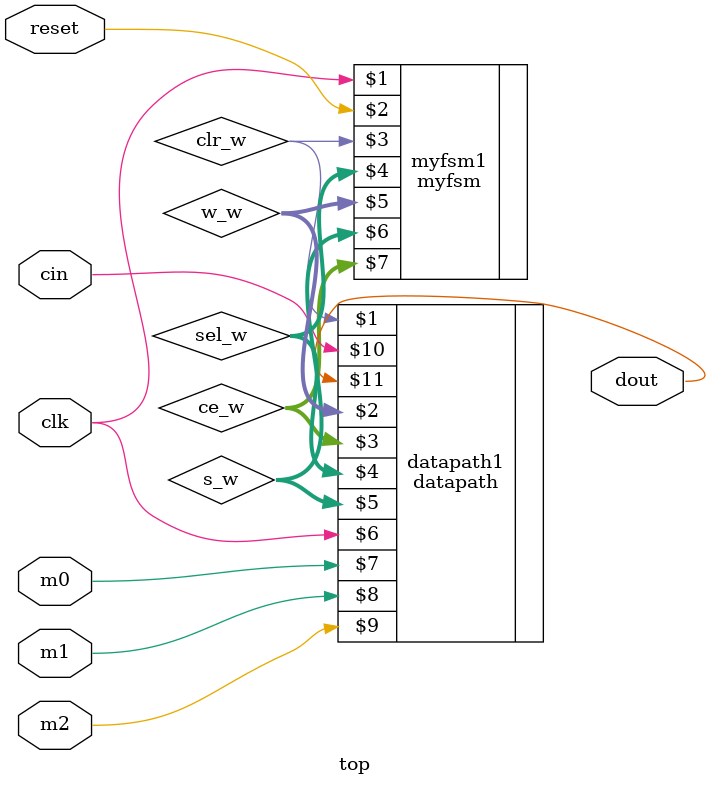
<source format=v>
module top(reset, clk, m0, m1, m2, cin, dout);

input clk, reset, m0, m1, m2, cin;
output dout;

wire clr_w;
wire [1:0] sel_w;
wire [2:0] s_w, w_w;
wire [3:0] ce_w;

myfsm myfsm1(clk, reset, clr_w, sel_w, w_w, s_w, ce_w);

datapath datapath1(clr_w, w_w, ce_w, sel_w, s_w, clk, m0, m1, m2, cin, dout);

endmodule
</source>
